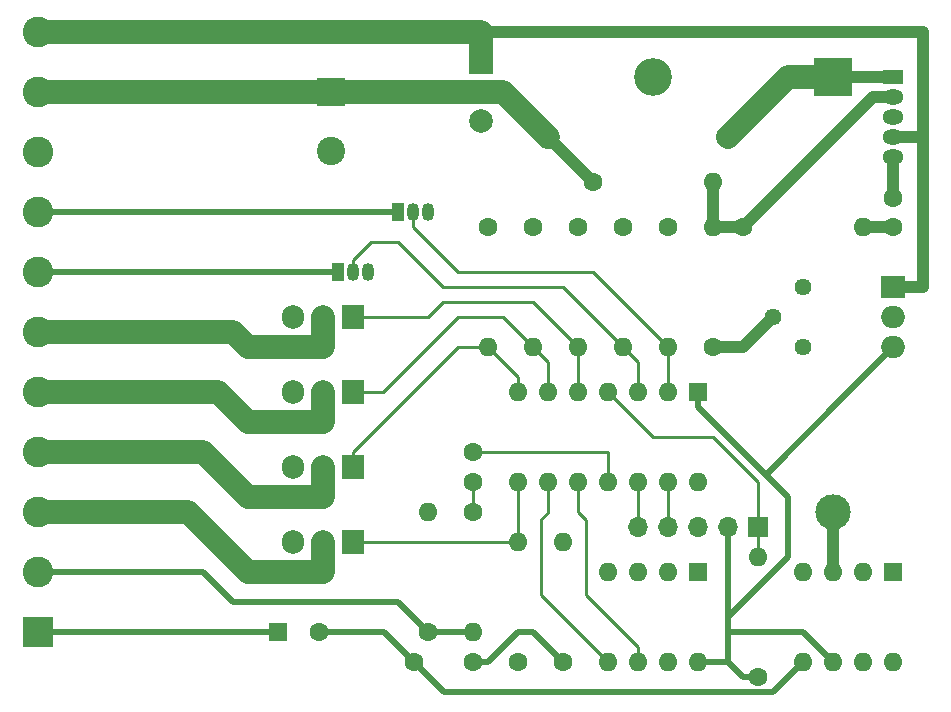
<source format=gtl>
G04 #@! TF.GenerationSoftware,KiCad,Pcbnew,(5.1.10)-1*
G04 #@! TF.CreationDate,2021-09-16T20:11:19-04:00*
G04 #@! TF.ProjectId,Space Invaders,53706163-6520-4496-9e76-61646572732e,rev?*
G04 #@! TF.SameCoordinates,Original*
G04 #@! TF.FileFunction,Copper,L1,Top*
G04 #@! TF.FilePolarity,Positive*
%FSLAX46Y46*%
G04 Gerber Fmt 4.6, Leading zero omitted, Abs format (unit mm)*
G04 Created by KiCad (PCBNEW (5.1.10)-1) date 2021-09-16 20:11:19*
%MOMM*%
%LPD*%
G01*
G04 APERTURE LIST*
G04 #@! TA.AperFunction,ComponentPad*
%ADD10C,3.000000*%
G04 #@! TD*
G04 #@! TA.AperFunction,ComponentPad*
%ADD11O,1.600000X1.600000*%
G04 #@! TD*
G04 #@! TA.AperFunction,ComponentPad*
%ADD12R,1.600000X1.600000*%
G04 #@! TD*
G04 #@! TA.AperFunction,ComponentPad*
%ADD13C,2.600000*%
G04 #@! TD*
G04 #@! TA.AperFunction,ComponentPad*
%ADD14R,2.600000X2.600000*%
G04 #@! TD*
G04 #@! TA.AperFunction,ComponentPad*
%ADD15C,1.440000*%
G04 #@! TD*
G04 #@! TA.AperFunction,ComponentPad*
%ADD16O,2.000000X1.905000*%
G04 #@! TD*
G04 #@! TA.AperFunction,ComponentPad*
%ADD17R,2.000000X1.905000*%
G04 #@! TD*
G04 #@! TA.AperFunction,ComponentPad*
%ADD18O,1.800000X1.275000*%
G04 #@! TD*
G04 #@! TA.AperFunction,ComponentPad*
%ADD19R,1.800000X1.275000*%
G04 #@! TD*
G04 #@! TA.AperFunction,ComponentPad*
%ADD20C,1.600000*%
G04 #@! TD*
G04 #@! TA.AperFunction,ComponentPad*
%ADD21O,1.905000X2.000000*%
G04 #@! TD*
G04 #@! TA.AperFunction,ComponentPad*
%ADD22R,1.905000X2.000000*%
G04 #@! TD*
G04 #@! TA.AperFunction,ComponentPad*
%ADD23R,1.050000X1.500000*%
G04 #@! TD*
G04 #@! TA.AperFunction,ComponentPad*
%ADD24O,1.050000X1.500000*%
G04 #@! TD*
G04 #@! TA.AperFunction,ComponentPad*
%ADD25O,2.000000X2.000000*%
G04 #@! TD*
G04 #@! TA.AperFunction,ComponentPad*
%ADD26C,2.000000*%
G04 #@! TD*
G04 #@! TA.AperFunction,ComponentPad*
%ADD27O,3.200000X3.200000*%
G04 #@! TD*
G04 #@! TA.AperFunction,ComponentPad*
%ADD28R,3.200000X3.200000*%
G04 #@! TD*
G04 #@! TA.AperFunction,ComponentPad*
%ADD29C,2.400000*%
G04 #@! TD*
G04 #@! TA.AperFunction,ComponentPad*
%ADD30R,2.400000X2.400000*%
G04 #@! TD*
G04 #@! TA.AperFunction,ComponentPad*
%ADD31R,2.000000X2.000000*%
G04 #@! TD*
G04 #@! TA.AperFunction,ComponentPad*
%ADD32O,1.700000X1.700000*%
G04 #@! TD*
G04 #@! TA.AperFunction,ComponentPad*
%ADD33R,1.700000X1.700000*%
G04 #@! TD*
G04 #@! TA.AperFunction,Conductor*
%ADD34C,2.000000*%
G04 #@! TD*
G04 #@! TA.AperFunction,Conductor*
%ADD35C,1.000000*%
G04 #@! TD*
G04 #@! TA.AperFunction,Conductor*
%ADD36C,0.250000*%
G04 #@! TD*
G04 #@! TA.AperFunction,Conductor*
%ADD37C,0.500000*%
G04 #@! TD*
G04 APERTURE END LIST*
D10*
X133350000Y-76200000D03*
D11*
X138430000Y-88900000D03*
X130810000Y-81280000D03*
X135890000Y-88900000D03*
X133350000Y-81280000D03*
X133350000Y-88900000D03*
X135890000Y-81280000D03*
X130810000Y-88900000D03*
D12*
X138430000Y-81280000D03*
D11*
X121920000Y-88900000D03*
X114300000Y-81280000D03*
X119380000Y-88900000D03*
X116840000Y-81280000D03*
X116840000Y-88900000D03*
X119380000Y-81280000D03*
X114300000Y-88900000D03*
D12*
X121920000Y-81280000D03*
D11*
X121920000Y-73660000D03*
X106680000Y-66040000D03*
X119380000Y-73660000D03*
X109220000Y-66040000D03*
X116840000Y-73660000D03*
X111760000Y-66040000D03*
X114300000Y-73660000D03*
X114300000Y-66040000D03*
X111760000Y-73660000D03*
X116840000Y-66040000D03*
X109220000Y-73660000D03*
X119380000Y-66040000D03*
X106680000Y-73660000D03*
D12*
X121920000Y-66040000D03*
D13*
X66040000Y-35560000D03*
X66040000Y-40640000D03*
X66040000Y-45720000D03*
X66040000Y-50800000D03*
X66040000Y-55880000D03*
X66040000Y-60960000D03*
X66040000Y-66040000D03*
X66040000Y-71120000D03*
X66040000Y-76200000D03*
X66040000Y-81280000D03*
D14*
X66040000Y-86360000D03*
D15*
X130810000Y-57150000D03*
X128270000Y-59690000D03*
X130810000Y-62230000D03*
D16*
X138430000Y-62230000D03*
X138430000Y-59690000D03*
D17*
X138430000Y-57150000D03*
D18*
X138430000Y-46170000D03*
X138430000Y-44470000D03*
X138430000Y-42770000D03*
X138430000Y-41070000D03*
D19*
X138430000Y-39370000D03*
D11*
X123190000Y-48260000D03*
D20*
X113030000Y-48260000D03*
D11*
X123190000Y-52070000D03*
D20*
X123190000Y-62230000D03*
D11*
X135890000Y-52070000D03*
D20*
X125730000Y-52070000D03*
D11*
X111760000Y-62230000D03*
D20*
X111760000Y-52070000D03*
D11*
X107950000Y-62230000D03*
D20*
X107950000Y-52070000D03*
D11*
X115570000Y-62230000D03*
D20*
X115570000Y-52070000D03*
D11*
X110490000Y-78740000D03*
D20*
X110490000Y-88900000D03*
D11*
X104140000Y-62230000D03*
D20*
X104140000Y-52070000D03*
D11*
X119380000Y-62230000D03*
D20*
X119380000Y-52070000D03*
D11*
X106680000Y-78740000D03*
D20*
X106680000Y-88900000D03*
D11*
X99060000Y-76200000D03*
D20*
X99060000Y-86360000D03*
D11*
X102870000Y-86360000D03*
D20*
X102870000Y-76200000D03*
D11*
X127000000Y-80010000D03*
D20*
X127000000Y-90170000D03*
D21*
X87630000Y-59690000D03*
X90170000Y-59690000D03*
D22*
X92710000Y-59690000D03*
D21*
X87630000Y-66040000D03*
X90170000Y-66040000D03*
D22*
X92710000Y-66040000D03*
D23*
X91440000Y-55880000D03*
D24*
X93980000Y-55880000D03*
X92710000Y-55880000D03*
D21*
X87630000Y-72390000D03*
X90170000Y-72390000D03*
D22*
X92710000Y-72390000D03*
D23*
X96520000Y-50800000D03*
D24*
X99060000Y-50800000D03*
X97790000Y-50800000D03*
D21*
X87630000Y-78740000D03*
X90170000Y-78740000D03*
D22*
X92710000Y-78740000D03*
D25*
X109220000Y-44450000D03*
D26*
X124460000Y-44450000D03*
D27*
X118110000Y-39370000D03*
D28*
X133350000Y-39370000D03*
D29*
X90805000Y-45640000D03*
D30*
X90805000Y-40640000D03*
D20*
X138430000Y-49570000D03*
X138430000Y-52070000D03*
D26*
X103505000Y-43100000D03*
D31*
X103505000Y-38100000D03*
D20*
X89860000Y-86360000D03*
D12*
X86360000Y-86360000D03*
D20*
X97870000Y-88900000D03*
X102870000Y-88900000D03*
X102870000Y-73620000D03*
X102870000Y-71120000D03*
D32*
X116840000Y-77470000D03*
X119380000Y-77470000D03*
X121920000Y-77470000D03*
X124460000Y-77470000D03*
D33*
X127000000Y-77470000D03*
D34*
X124460000Y-44450000D02*
X129540000Y-39370000D01*
X129540000Y-39370000D02*
X133350000Y-39370000D01*
D35*
X133350000Y-39370000D02*
X138430000Y-39370000D01*
D36*
X116840000Y-77470000D02*
X116840000Y-73660000D01*
X119380000Y-77470000D02*
X119380000Y-73660000D01*
D37*
X134620000Y-66040000D02*
X138430000Y-62230000D01*
X121920000Y-88900000D02*
X124460000Y-88900000D01*
X133350000Y-88900000D02*
X130810000Y-86360000D01*
X130810000Y-86360000D02*
X124460000Y-86360000D01*
X124460000Y-88900000D02*
X124460000Y-86360000D01*
X125730000Y-90170000D02*
X124460000Y-88900000D01*
X127000000Y-90170000D02*
X125730000Y-90170000D01*
X129540000Y-80010000D02*
X124460000Y-85090000D01*
X124460000Y-85090000D02*
X124460000Y-77470000D01*
X124460000Y-86360000D02*
X124460000Y-85090000D01*
X121920000Y-66040000D02*
X121920000Y-67310000D01*
X129540000Y-74930000D02*
X129540000Y-80010000D01*
X134620000Y-66040000D02*
X127635000Y-73025000D01*
X127635000Y-73025000D02*
X129540000Y-74930000D01*
X121920000Y-67310000D02*
X127635000Y-73025000D01*
D36*
X114300000Y-66040000D02*
X118110000Y-69850000D01*
X118110000Y-69850000D02*
X123190000Y-69850000D01*
X123190000Y-69850000D02*
X127000000Y-73660000D01*
X127000000Y-73660000D02*
X127000000Y-77470000D01*
X127000000Y-77470000D02*
X127000000Y-80010000D01*
D37*
X91440000Y-55880000D02*
X66040000Y-55880000D01*
X96520000Y-50800000D02*
X66040000Y-50800000D01*
D34*
X90170000Y-78740000D02*
X90170000Y-81280000D01*
X90170000Y-81280000D02*
X83820000Y-81280000D01*
X78740000Y-76200000D02*
X66040000Y-76200000D01*
X83820000Y-81280000D02*
X78740000Y-76200000D01*
X90170000Y-72390000D02*
X90170000Y-74930000D01*
X90170000Y-74930000D02*
X83820000Y-74930000D01*
X80010000Y-71120000D02*
X66040000Y-71120000D01*
X83820000Y-74930000D02*
X80010000Y-71120000D01*
X90170000Y-66040000D02*
X90170000Y-68580000D01*
X90170000Y-68580000D02*
X83820000Y-68580000D01*
X81280000Y-66040000D02*
X66040000Y-66040000D01*
X83820000Y-68580000D02*
X81280000Y-66040000D01*
X90170000Y-59690000D02*
X90170000Y-62230000D01*
X90170000Y-62230000D02*
X83820000Y-62230000D01*
X82550000Y-60960000D02*
X66040000Y-60960000D01*
X83820000Y-62230000D02*
X82550000Y-60960000D01*
D37*
X66040000Y-81280000D02*
X80010000Y-81280000D01*
X80010000Y-81280000D02*
X82550000Y-83820000D01*
X96520000Y-83820000D02*
X99060000Y-86360000D01*
X82550000Y-83820000D02*
X96520000Y-83820000D01*
X99060000Y-86360000D02*
X102870000Y-86360000D01*
D35*
X133350000Y-81280000D02*
X133350000Y-76200000D01*
D34*
X105410000Y-40640000D02*
X109220000Y-44450000D01*
X66040000Y-40640000D02*
X105410000Y-40640000D01*
D35*
X109220000Y-44450000D02*
X113030000Y-48260000D01*
D36*
X106680000Y-78740000D02*
X106680000Y-73660000D01*
X106680000Y-78740000D02*
X92710000Y-78740000D01*
X119380000Y-66040000D02*
X119380000Y-62230000D01*
X119380000Y-62230000D02*
X113030000Y-55880000D01*
X113030000Y-55880000D02*
X101600000Y-55880000D01*
X97790000Y-52070000D02*
X97790000Y-50800000D01*
X101600000Y-55880000D02*
X97790000Y-52070000D01*
X106680000Y-64770000D02*
X104140000Y-62230000D01*
X106680000Y-66040000D02*
X106680000Y-64770000D01*
X104140000Y-62230000D02*
X101600000Y-62230000D01*
X101600000Y-62230000D02*
X92710000Y-71120000D01*
X92710000Y-71120000D02*
X92710000Y-72390000D01*
X116840000Y-63500000D02*
X115570000Y-62230000D01*
X116840000Y-66040000D02*
X116840000Y-63500000D01*
X92710000Y-54880000D02*
X92710000Y-55880000D01*
X96520000Y-53340000D02*
X94250000Y-53340000D01*
X94250000Y-53340000D02*
X92710000Y-54880000D01*
X100330000Y-57150000D02*
X96520000Y-53340000D01*
X110490000Y-57150000D02*
X100330000Y-57150000D01*
X115570000Y-62230000D02*
X110490000Y-57150000D01*
X109220000Y-63500000D02*
X107950000Y-62230000D01*
X109220000Y-66040000D02*
X109220000Y-63500000D01*
X101600000Y-59690000D02*
X95250000Y-66040000D01*
X95250000Y-66040000D02*
X92710000Y-66040000D01*
X105410000Y-59690000D02*
X101600000Y-59690000D01*
X107950000Y-62230000D02*
X105410000Y-59690000D01*
X111760000Y-66040000D02*
X111760000Y-62230000D01*
X99060000Y-59690000D02*
X92710000Y-59690000D01*
X100330000Y-58420000D02*
X99060000Y-59690000D01*
X107950000Y-58420000D02*
X100330000Y-58420000D01*
X111760000Y-62230000D02*
X107950000Y-58420000D01*
X114300000Y-73660000D02*
X114300000Y-71120000D01*
X102870000Y-71120000D02*
X114300000Y-71120000D01*
X112395000Y-76835000D02*
X111760000Y-76200000D01*
X112395000Y-83185000D02*
X112395000Y-76835000D01*
X116840000Y-87630000D02*
X112395000Y-83185000D01*
X111760000Y-76200000D02*
X111760000Y-73660000D01*
X116840000Y-88900000D02*
X116840000Y-87630000D01*
X114300000Y-88900000D02*
X111760000Y-86360000D01*
X111760000Y-86360000D02*
X109220000Y-83820000D01*
X109220000Y-83820000D02*
X108585000Y-83185000D01*
X108585000Y-76835000D02*
X109220000Y-76200000D01*
X108585000Y-83185000D02*
X108585000Y-76835000D01*
X109220000Y-76200000D02*
X109220000Y-73660000D01*
D37*
X95330000Y-86360000D02*
X97870000Y-88900000D01*
X89860000Y-86360000D02*
X95330000Y-86360000D01*
X128270000Y-91440000D02*
X130810000Y-88900000D01*
X100410000Y-91440000D02*
X128270000Y-91440000D01*
X97870000Y-88900000D02*
X100410000Y-91440000D01*
D35*
X138430000Y-49570000D02*
X138430000Y-46170000D01*
D34*
X103505000Y-35560000D02*
X103505000Y-38100000D01*
X66040000Y-35560000D02*
X103505000Y-35560000D01*
D35*
X140950000Y-44470000D02*
X140970000Y-44450000D01*
X138430000Y-44470000D02*
X140950000Y-44470000D01*
X138430000Y-57150000D02*
X140970000Y-57150000D01*
X140970000Y-44490000D02*
X140950000Y-44470000D01*
X140970000Y-57150000D02*
X140970000Y-44490000D01*
X140970000Y-44490000D02*
X140970000Y-35560000D01*
X103505000Y-35560000D02*
X140970000Y-35560000D01*
X123190000Y-48260000D02*
X123190000Y-52070000D01*
X123190000Y-52070000D02*
X125730000Y-52070000D01*
X136730000Y-41070000D02*
X138430000Y-41070000D01*
X125730000Y-52070000D02*
X136730000Y-41070000D01*
D36*
X102870000Y-76200000D02*
X102870000Y-73660000D01*
D37*
X102870000Y-88900000D02*
X104140000Y-88900000D01*
X104140000Y-88900000D02*
X106680000Y-86360000D01*
X107950000Y-86360000D02*
X110490000Y-88900000D01*
X106680000Y-86360000D02*
X107950000Y-86360000D01*
D35*
X135890000Y-52070000D02*
X138430000Y-52070000D01*
X125730000Y-62230000D02*
X128270000Y-59690000D01*
X123190000Y-62230000D02*
X125730000Y-62230000D01*
D37*
X86360000Y-86360000D02*
X66040000Y-86360000D01*
M02*

</source>
